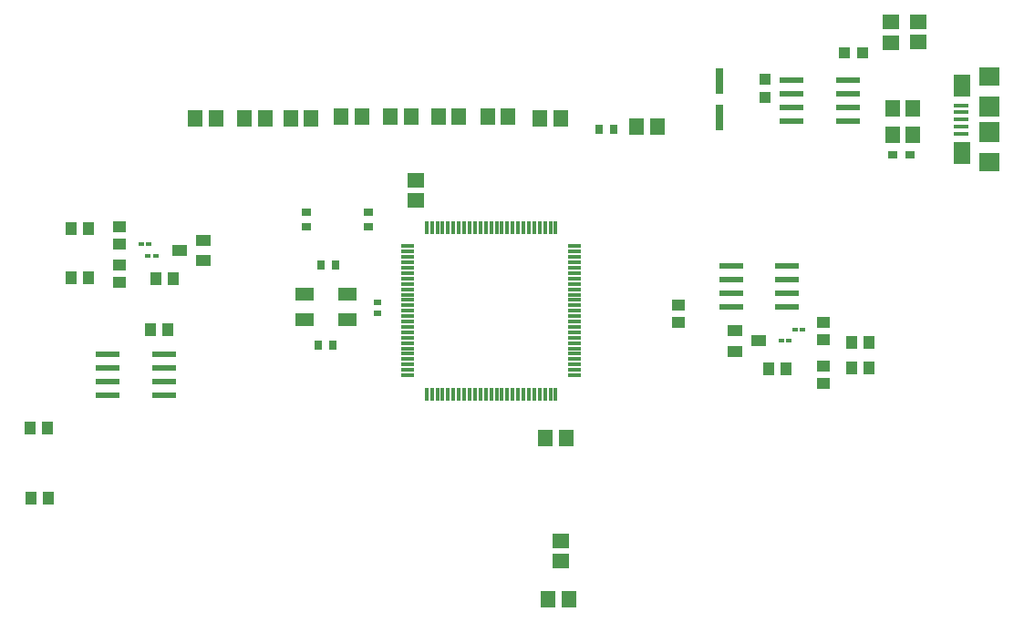
<source format=gtp>
G04*
G04 #@! TF.GenerationSoftware,Altium Limited,Altium Designer,18.0.7 (293)*
G04*
G04 Layer_Color=8421504*
%FSLAX25Y25*%
%MOIN*%
G70*
G01*
G75*
%ADD19R,0.05200X0.06000*%
%ADD20R,0.06000X0.05200*%
%ADD21R,0.05600X0.04000*%
%ADD22R,0.03937X0.05118*%
%ADD23R,0.05118X0.03937*%
%ADD24R,0.01968X0.01181*%
%ADD25R,0.02800X0.03600*%
%ADD26R,0.03600X0.02800*%
%ADD27R,0.04700X0.01200*%
%ADD28R,0.01200X0.04700*%
%ADD29R,0.07100X0.04800*%
%ADD30R,0.04400X0.04000*%
%ADD31R,0.04000X0.04400*%
%ADD32R,0.03400X0.02800*%
%ADD33R,0.02800X0.02400*%
%ADD34R,0.08700X0.02400*%
%ADD35R,0.07500X0.07500*%
%ADD36R,0.07500X0.07100*%
%ADD37R,0.06300X0.08300*%
%ADD38R,0.05400X0.01600*%
%ADD39R,0.03000X0.09700*%
D19*
X219260Y185500D02*
D03*
X226800D02*
D03*
X207740Y186000D02*
D03*
X200200D02*
D03*
X189740D02*
D03*
X182200D02*
D03*
X164760D02*
D03*
X172300D02*
D03*
X154240D02*
D03*
X146700D02*
D03*
X135740Y185500D02*
D03*
X128200D02*
D03*
X93260D02*
D03*
X100800D02*
D03*
X111260D02*
D03*
X118800D02*
D03*
X229969Y9500D02*
D03*
X222429D02*
D03*
X262240Y182500D02*
D03*
X254700D02*
D03*
X221260Y68500D02*
D03*
X228800D02*
D03*
X355740Y189000D02*
D03*
X348200D02*
D03*
X355740Y179500D02*
D03*
X348200D02*
D03*
D20*
X227000Y30800D02*
D03*
Y23260D02*
D03*
X174000Y155290D02*
D03*
Y162830D02*
D03*
X357500Y213260D02*
D03*
Y220800D02*
D03*
X347500Y220740D02*
D03*
Y213200D02*
D03*
D21*
X290669Y107740D02*
D03*
Y100200D02*
D03*
X299400Y104000D02*
D03*
X96331Y133260D02*
D03*
Y140800D02*
D03*
X87600Y137000D02*
D03*
D22*
X309150Y93649D02*
D03*
X302850D02*
D03*
X333350Y103500D02*
D03*
X339650D02*
D03*
X83150Y108059D02*
D03*
X76850D02*
D03*
X54150Y145000D02*
D03*
X47850D02*
D03*
X339650Y94000D02*
D03*
X333350D02*
D03*
X47850Y127000D02*
D03*
X54150D02*
D03*
X39650Y46500D02*
D03*
X33350D02*
D03*
X85150Y126709D02*
D03*
X78850D02*
D03*
X32850Y72000D02*
D03*
X39150D02*
D03*
D23*
X323000Y88350D02*
D03*
Y94650D02*
D03*
X65500Y131650D02*
D03*
Y125350D02*
D03*
Y139350D02*
D03*
Y145650D02*
D03*
X270000Y117150D02*
D03*
Y110850D02*
D03*
X323000Y110650D02*
D03*
Y104350D02*
D03*
D24*
X76122Y135000D02*
D03*
X78878D02*
D03*
X76378Y139500D02*
D03*
X73622D02*
D03*
X315378Y108000D02*
D03*
X312622D02*
D03*
X307622Y104000D02*
D03*
X310378D02*
D03*
D25*
X144559Y131603D02*
D03*
X139400D02*
D03*
X138441Y102500D02*
D03*
X143600D02*
D03*
X246259Y181500D02*
D03*
X241100D02*
D03*
D26*
X156501Y151059D02*
D03*
Y145900D02*
D03*
X134000Y151059D02*
D03*
Y145900D02*
D03*
D27*
X170988Y138622D02*
D03*
Y136653D02*
D03*
Y134685D02*
D03*
Y132717D02*
D03*
Y130748D02*
D03*
Y128779D02*
D03*
Y126811D02*
D03*
Y124843D02*
D03*
Y122874D02*
D03*
Y120905D02*
D03*
Y118937D02*
D03*
Y116969D02*
D03*
Y115000D02*
D03*
Y113031D02*
D03*
Y111063D02*
D03*
Y109095D02*
D03*
Y107126D02*
D03*
Y105157D02*
D03*
Y103189D02*
D03*
Y101221D02*
D03*
Y99252D02*
D03*
Y97284D02*
D03*
Y95315D02*
D03*
Y93347D02*
D03*
Y91378D02*
D03*
X232012D02*
D03*
Y93347D02*
D03*
Y95315D02*
D03*
Y97284D02*
D03*
Y99252D02*
D03*
Y101221D02*
D03*
Y103189D02*
D03*
Y105157D02*
D03*
Y107126D02*
D03*
Y109095D02*
D03*
Y111063D02*
D03*
Y113031D02*
D03*
Y115000D02*
D03*
Y116969D02*
D03*
Y118937D02*
D03*
Y120905D02*
D03*
Y122874D02*
D03*
Y124843D02*
D03*
Y126811D02*
D03*
Y128779D02*
D03*
Y130748D02*
D03*
Y132717D02*
D03*
Y134685D02*
D03*
Y136653D02*
D03*
Y138622D02*
D03*
D28*
X177878Y84488D02*
D03*
X179847D02*
D03*
X181815D02*
D03*
X183783D02*
D03*
X185752D02*
D03*
X187721D02*
D03*
X189689D02*
D03*
X191657D02*
D03*
X193626D02*
D03*
X195595D02*
D03*
X197563D02*
D03*
X199531D02*
D03*
X201500D02*
D03*
X203468D02*
D03*
X205437D02*
D03*
X207405D02*
D03*
X209374D02*
D03*
X211343D02*
D03*
X213311D02*
D03*
X215280D02*
D03*
X217248D02*
D03*
X219216D02*
D03*
X221185D02*
D03*
X223153D02*
D03*
X225122D02*
D03*
Y145512D02*
D03*
X223153D02*
D03*
X221185D02*
D03*
X219216D02*
D03*
X217248D02*
D03*
X215280D02*
D03*
X213311D02*
D03*
X211343D02*
D03*
X209374D02*
D03*
X207405D02*
D03*
X205437D02*
D03*
X203468D02*
D03*
X201500D02*
D03*
X199531D02*
D03*
X197563D02*
D03*
X195595D02*
D03*
X193626D02*
D03*
X191657D02*
D03*
X189689D02*
D03*
X187721D02*
D03*
X185752D02*
D03*
X183783D02*
D03*
X181815D02*
D03*
X179847D02*
D03*
X177878D02*
D03*
D29*
X149112Y121100D02*
D03*
X133412D02*
D03*
X149112Y111600D02*
D03*
X133412D02*
D03*
D30*
X330654Y209500D02*
D03*
X337400D02*
D03*
D31*
X301500Y199846D02*
D03*
Y193100D02*
D03*
D32*
X354551Y172000D02*
D03*
X348400D02*
D03*
D33*
X160000Y114032D02*
D03*
Y118000D02*
D03*
D34*
X289200Y131500D02*
D03*
Y126500D02*
D03*
Y116500D02*
D03*
X309736Y131500D02*
D03*
Y126500D02*
D03*
Y116500D02*
D03*
X289200Y121500D02*
D03*
X309736D02*
D03*
X81800Y84000D02*
D03*
Y89000D02*
D03*
Y99000D02*
D03*
X61264Y84000D02*
D03*
Y89000D02*
D03*
Y99000D02*
D03*
X81800Y94000D02*
D03*
X61264D02*
D03*
X331800Y184500D02*
D03*
Y189500D02*
D03*
Y199500D02*
D03*
X311264Y184500D02*
D03*
Y189500D02*
D03*
Y199500D02*
D03*
X331800Y194500D02*
D03*
X311264D02*
D03*
D35*
X383689Y189800D02*
D03*
Y180276D02*
D03*
D36*
Y200800D02*
D03*
Y169252D02*
D03*
D37*
X373650Y197300D02*
D03*
Y172795D02*
D03*
D38*
X373177Y190200D02*
D03*
Y187600D02*
D03*
Y185000D02*
D03*
Y182480D02*
D03*
Y179882D02*
D03*
D39*
X285000Y185900D02*
D03*
Y199100D02*
D03*
M02*

</source>
